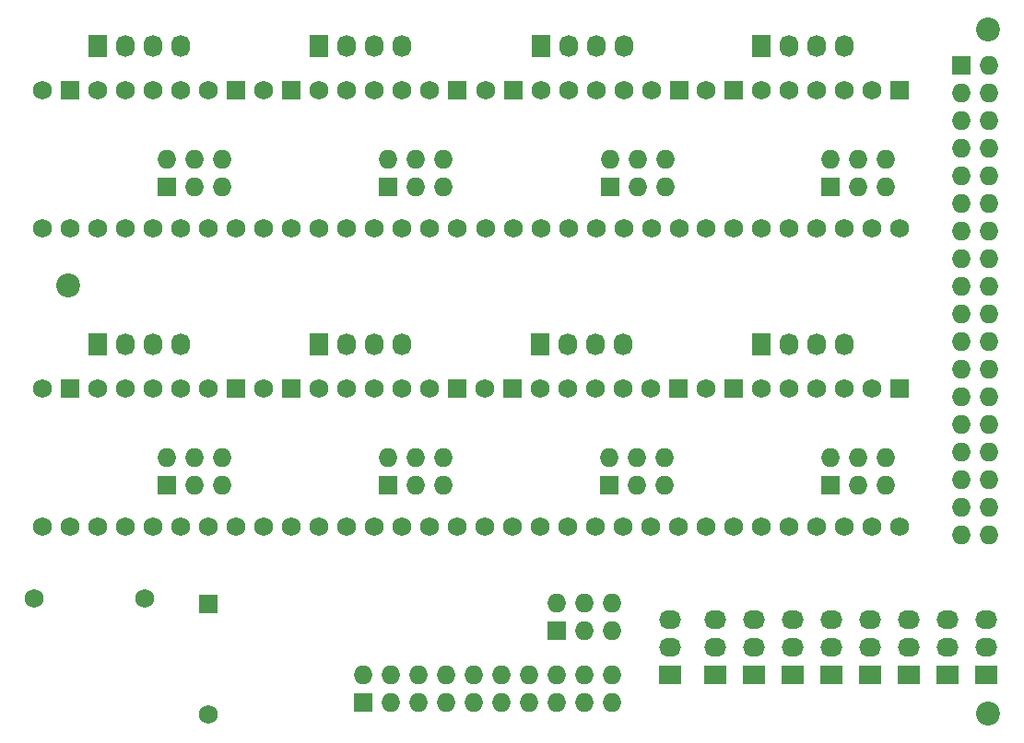
<source format=gbr>
G04 #@! TF.FileFunction,Soldermask,Bot*
%FSLAX46Y46*%
G04 Gerber Fmt 4.6, Leading zero omitted, Abs format (unit mm)*
G04 Created by KiCad (PCBNEW 4.0.4+e1-6308~48~ubuntu15.10.1-stable) date Thu Dec  8 14:35:49 2016*
%MOMM*%
%LPD*%
G01*
G04 APERTURE LIST*
%ADD10C,0.100000*%
%ADD11C,1.727200*%
%ADD12R,1.727200X1.727200*%
%ADD13C,2.200000*%
%ADD14O,1.727200X1.727200*%
%ADD15R,1.727200X2.032000*%
%ADD16O,1.727200X2.032000*%
%ADD17R,2.032000X1.727200*%
%ADD18O,2.032000X1.727200*%
G04 APERTURE END LIST*
D10*
D11*
X110002000Y-126746000D03*
X99802000Y-126746000D03*
X115826540Y-137414520D03*
D12*
X115826540Y-127254520D03*
D13*
X102997000Y-97917000D03*
X187452000Y-137287000D03*
D12*
X184992000Y-77724000D03*
D14*
X187532000Y-77724000D03*
X184992000Y-80264000D03*
X187532000Y-80264000D03*
X184992000Y-82804000D03*
X187532000Y-82804000D03*
X184992000Y-85344000D03*
X187532000Y-85344000D03*
X184992000Y-87884000D03*
X187532000Y-87884000D03*
X184992000Y-90424000D03*
X187532000Y-90424000D03*
X184992000Y-92964000D03*
X187532000Y-92964000D03*
X184992000Y-95504000D03*
X187532000Y-95504000D03*
X184992000Y-98044000D03*
X187532000Y-98044000D03*
X184992000Y-100584000D03*
X187532000Y-100584000D03*
X184992000Y-103124000D03*
X187532000Y-103124000D03*
X184992000Y-105664000D03*
X187532000Y-105664000D03*
X184992000Y-108204000D03*
X187532000Y-108204000D03*
X184992000Y-110744000D03*
X187532000Y-110744000D03*
X184992000Y-113284000D03*
X187532000Y-113284000D03*
X184992000Y-115824000D03*
X187532000Y-115824000D03*
X184992000Y-118364000D03*
X187532000Y-118364000D03*
X184992000Y-120904000D03*
X187532000Y-120904000D03*
D12*
X152654000Y-116332000D03*
D14*
X152654000Y-113792000D03*
X155194000Y-116332000D03*
X155194000Y-113792000D03*
X157734000Y-116332000D03*
X157734000Y-113792000D03*
D12*
X112014000Y-116332000D03*
D14*
X112014000Y-113792000D03*
X114554000Y-116332000D03*
X114554000Y-113792000D03*
X117094000Y-116332000D03*
X117094000Y-113792000D03*
D12*
X132334000Y-116332000D03*
D14*
X132334000Y-113792000D03*
X134874000Y-116332000D03*
X134874000Y-113792000D03*
X137414000Y-116332000D03*
X137414000Y-113792000D03*
D12*
X172974000Y-116332000D03*
D14*
X172974000Y-113792000D03*
X175514000Y-116332000D03*
X175514000Y-113792000D03*
X178054000Y-116332000D03*
X178054000Y-113792000D03*
D12*
X172974000Y-88900000D03*
D14*
X172974000Y-86360000D03*
X175514000Y-88900000D03*
X175514000Y-86360000D03*
X178054000Y-88900000D03*
X178054000Y-86360000D03*
D12*
X152717500Y-88900000D03*
D14*
X152717500Y-86360000D03*
X155257500Y-88900000D03*
X155257500Y-86360000D03*
X157797500Y-88900000D03*
X157797500Y-86360000D03*
D12*
X132334000Y-88900000D03*
D14*
X132334000Y-86360000D03*
X134874000Y-88900000D03*
X134874000Y-86360000D03*
X137414000Y-88900000D03*
X137414000Y-86360000D03*
D12*
X112014000Y-88900000D03*
D14*
X112014000Y-86360000D03*
X114554000Y-88900000D03*
X114554000Y-86360000D03*
X117094000Y-88900000D03*
X117094000Y-86360000D03*
D12*
X130048000Y-136271000D03*
D14*
X130048000Y-133731000D03*
X132588000Y-136271000D03*
X132588000Y-133731000D03*
X135128000Y-136271000D03*
X135128000Y-133731000D03*
X137668000Y-136271000D03*
X137668000Y-133731000D03*
X140208000Y-136271000D03*
X140208000Y-133731000D03*
X142748000Y-136271000D03*
X142748000Y-133731000D03*
X145288000Y-136271000D03*
X145288000Y-133731000D03*
X147828000Y-136271000D03*
X147828000Y-133731000D03*
X150368000Y-136271000D03*
X150368000Y-133731000D03*
X152908000Y-136271000D03*
X152908000Y-133731000D03*
D12*
X147828000Y-129667000D03*
D14*
X147828000Y-127127000D03*
X150368000Y-129667000D03*
X150368000Y-127127000D03*
X152908000Y-129667000D03*
X152908000Y-127127000D03*
D15*
X105664000Y-75946000D03*
D16*
X108204000Y-75946000D03*
X110744000Y-75946000D03*
X113284000Y-75946000D03*
D15*
X125984000Y-75946000D03*
D16*
X128524000Y-75946000D03*
X131064000Y-75946000D03*
X133604000Y-75946000D03*
D15*
X146367500Y-75946000D03*
D16*
X148907500Y-75946000D03*
X151447500Y-75946000D03*
X153987500Y-75946000D03*
D15*
X166624000Y-75946000D03*
D16*
X169164000Y-75946000D03*
X171704000Y-75946000D03*
X174244000Y-75946000D03*
D15*
X105664000Y-103378000D03*
D16*
X108204000Y-103378000D03*
X110744000Y-103378000D03*
X113284000Y-103378000D03*
D15*
X125984000Y-103378000D03*
D16*
X128524000Y-103378000D03*
X131064000Y-103378000D03*
X133604000Y-103378000D03*
D15*
X146304000Y-103378000D03*
D16*
X148844000Y-103378000D03*
X151384000Y-103378000D03*
X153924000Y-103378000D03*
D15*
X166624000Y-103378000D03*
D16*
X169164000Y-103378000D03*
X171704000Y-103378000D03*
X174244000Y-103378000D03*
D17*
X162433000Y-133731000D03*
D18*
X162433000Y-131191000D03*
X162433000Y-128651000D03*
D17*
X165989000Y-133731000D03*
D18*
X165989000Y-131191000D03*
X165989000Y-128651000D03*
D17*
X169545000Y-133731000D03*
D18*
X169545000Y-131191000D03*
X169545000Y-128651000D03*
D17*
X173101000Y-133731000D03*
D18*
X173101000Y-131191000D03*
X173101000Y-128651000D03*
D17*
X176657000Y-133731000D03*
D18*
X176657000Y-131191000D03*
X176657000Y-128651000D03*
D17*
X180213000Y-133731000D03*
D18*
X180213000Y-131191000D03*
X180213000Y-128651000D03*
D17*
X183769000Y-133731000D03*
D18*
X183769000Y-131191000D03*
X183769000Y-128651000D03*
D17*
X187325000Y-133731000D03*
D18*
X187325000Y-131191000D03*
X187325000Y-128651000D03*
D17*
X158242000Y-133731000D03*
D18*
X158242000Y-131191000D03*
X158242000Y-128651000D03*
D13*
X187452000Y-74422000D03*
D12*
X179324000Y-107442000D03*
D11*
X176784000Y-107442000D03*
X174244000Y-107442000D03*
X171704000Y-107442000D03*
X169164000Y-107442000D03*
X166624000Y-107442000D03*
D12*
X164084000Y-107442000D03*
D11*
X161544000Y-107442000D03*
X161544000Y-120142000D03*
X164084000Y-120142000D03*
X166624000Y-120142000D03*
X169164000Y-120142000D03*
X171704000Y-120142000D03*
X174244000Y-120142000D03*
X176784000Y-120142000D03*
X179324000Y-120142000D03*
D12*
X159004000Y-107442000D03*
D11*
X156464000Y-107442000D03*
X153924000Y-107442000D03*
X151384000Y-107442000D03*
X148844000Y-107442000D03*
X146304000Y-107442000D03*
D12*
X143764000Y-107442000D03*
D11*
X141224000Y-107442000D03*
X141224000Y-120142000D03*
X143764000Y-120142000D03*
X146304000Y-120142000D03*
X148844000Y-120142000D03*
X151384000Y-120142000D03*
X153924000Y-120142000D03*
X156464000Y-120142000D03*
X159004000Y-120142000D03*
D12*
X138684000Y-107442000D03*
D11*
X136144000Y-107442000D03*
X133604000Y-107442000D03*
X131064000Y-107442000D03*
X128524000Y-107442000D03*
X125984000Y-107442000D03*
D12*
X123444000Y-107442000D03*
D11*
X120904000Y-107442000D03*
X120904000Y-120142000D03*
X123444000Y-120142000D03*
X125984000Y-120142000D03*
X128524000Y-120142000D03*
X131064000Y-120142000D03*
X133604000Y-120142000D03*
X136144000Y-120142000D03*
X138684000Y-120142000D03*
D12*
X118364000Y-107442000D03*
D11*
X115824000Y-107442000D03*
X113284000Y-107442000D03*
X110744000Y-107442000D03*
X108204000Y-107442000D03*
X105664000Y-107442000D03*
D12*
X103124000Y-107442000D03*
D11*
X100584000Y-107442000D03*
X100584000Y-120142000D03*
X103124000Y-120142000D03*
X105664000Y-120142000D03*
X108204000Y-120142000D03*
X110744000Y-120142000D03*
X113284000Y-120142000D03*
X115824000Y-120142000D03*
X118364000Y-120142000D03*
D12*
X179324000Y-80010000D03*
D11*
X176784000Y-80010000D03*
X174244000Y-80010000D03*
X171704000Y-80010000D03*
X169164000Y-80010000D03*
X166624000Y-80010000D03*
D12*
X164084000Y-80010000D03*
D11*
X161544000Y-80010000D03*
X161544000Y-92710000D03*
X164084000Y-92710000D03*
X166624000Y-92710000D03*
X169164000Y-92710000D03*
X171704000Y-92710000D03*
X174244000Y-92710000D03*
X176784000Y-92710000D03*
X179324000Y-92710000D03*
D12*
X159067500Y-80010000D03*
D11*
X156527500Y-80010000D03*
X153987500Y-80010000D03*
X151447500Y-80010000D03*
X148907500Y-80010000D03*
X146367500Y-80010000D03*
D12*
X143827500Y-80010000D03*
D11*
X141287500Y-80010000D03*
X141287500Y-92710000D03*
X143827500Y-92710000D03*
X146367500Y-92710000D03*
X148907500Y-92710000D03*
X151447500Y-92710000D03*
X153987500Y-92710000D03*
X156527500Y-92710000D03*
X159067500Y-92710000D03*
D12*
X138684000Y-80010000D03*
D11*
X136144000Y-80010000D03*
X133604000Y-80010000D03*
X131064000Y-80010000D03*
X128524000Y-80010000D03*
X125984000Y-80010000D03*
D12*
X123444000Y-80010000D03*
D11*
X120904000Y-80010000D03*
X120904000Y-92710000D03*
X123444000Y-92710000D03*
X125984000Y-92710000D03*
X128524000Y-92710000D03*
X131064000Y-92710000D03*
X133604000Y-92710000D03*
X136144000Y-92710000D03*
X138684000Y-92710000D03*
D12*
X118364000Y-80010000D03*
D11*
X115824000Y-80010000D03*
X113284000Y-80010000D03*
X110744000Y-80010000D03*
X108204000Y-80010000D03*
X105664000Y-80010000D03*
D12*
X103124000Y-80010000D03*
D11*
X100584000Y-80010000D03*
X100584000Y-92710000D03*
X103124000Y-92710000D03*
X105664000Y-92710000D03*
X108204000Y-92710000D03*
X110744000Y-92710000D03*
X113284000Y-92710000D03*
X115824000Y-92710000D03*
X118364000Y-92710000D03*
M02*

</source>
